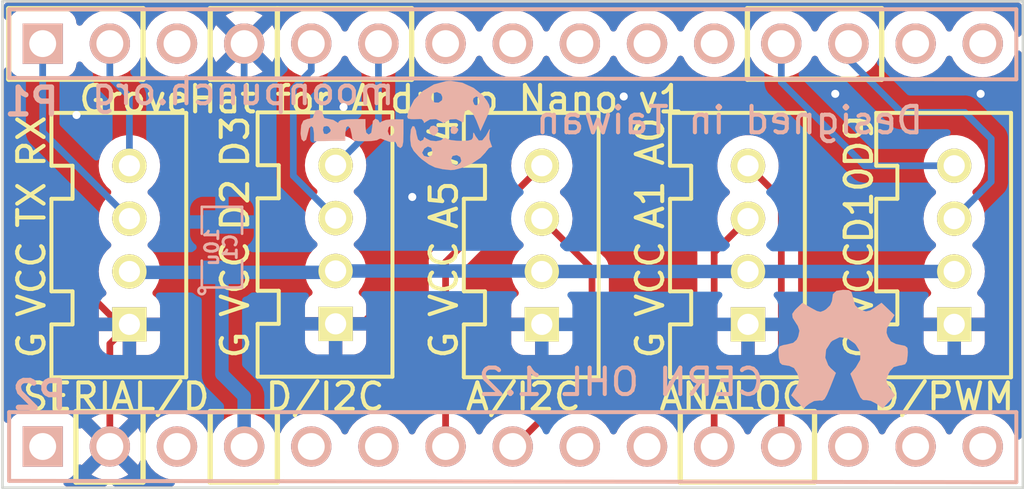
<source format=kicad_pcb>
(kicad_pcb (version 20221018) (generator pcbnew)
  (layers (0 "F.Cu" signal) (31 "B.Cu" signal) (34 "B.Paste" user) (35 "F.Paste" user) (36 "B.SilkS" user) (37 "F.SilkS" user) (38 "B.Mask" user) (39 "F.Mask" user) (44 "Edge.Cuts" user))
  (net 0 "")
  (net 1 "/A0")
  (net 2 "/A1")
  (net 3 "/D10")
  (net 4 "/D9")
  (net 5 "/RX/D0")
  (net 6 "/SCL/A5")
  (net 7 "/SCL/D3")
  (net 8 "/SDA/A4")
  (net 9 "/SDA/D2")
  (net 10 "/TX/D1")
  (net 11 "GND")
  (net 12 "VCC")
  (footprint "TWIG_2.0" (layer "F.Cu") (at 143.3 107.6 90)
    (fp_text reference "P3" hide)
    (fp_text value "CONN_4" hide)
    (fp_line (start -5 -2.95) (end -5 2.15) (stroke (width 0.15)) (layer "F.SilkS"))
    (fp_line (start -5 2.15) (end 5 2.15) (stroke (width 0.15)) (layer "F.SilkS"))
    (fp_line (start -3 -2.95) (end -5 -2.95) (stroke (width 0.15)) (layer "F.SilkS"))
    (fp_line (start -3 -2.15) (end -3 -2.95) (stroke (width 0.15)) (layer "F.SilkS"))
    (fp_line (start -1.75 -2.95) (end -1.75 -2.15) (stroke (width 0.15)) (layer "F.SilkS"))
    (fp_line (start -1.75 -2.15) (end -3 -2.15) (stroke (width 0.15)) (layer "F.SilkS"))
    (fp_line (start 1.75 -2.95) (end -1.75 -2.95) (stroke (width 0.15)) (layer "F.SilkS"))
    (fp_line (start 1.75 -2.15) (end 1.75 -2.95) (stroke (width 0.15)) (layer "F.SilkS"))
    (fp_line (start 3 -2.95) (end 3 -2.15) (stroke (width 0.15)) (layer "F.SilkS"))
    (fp_line (start 3 -2.15) (end 1.75 -2.15) (stroke (width 0.15)) (layer "F.SilkS"))
    (fp_line (start 5 -2.95) (end 3 -2.95) (stroke (width 0.15)) (layer "F.SilkS"))
    (fp_line (start 5 2.15) (end 5 -2.95) (stroke (width 0.15)) (layer "F.SilkS"))
    (pad "1" thru_hole rect (at -3 0 90) (size 1.3 1.3) (drill 0.8) (layers "*.Cu" "*.Mask" "F.SilkS") (net 11 "GND"))
    (pad "2" thru_hole circle (at -1 0 90) (size 1.3 1.3) (drill 0.8) (layers "*.Cu" "*.Mask" "F.SilkS") (net 12 "VCC"))
    (pad "3" thru_hole circle (at 1 0 90) (size 1.3 1.3) (drill 0.8) (layers "*.Cu" "*.Mask" "F.SilkS") (net 9 "/SDA/D2"))
    (pad "4" thru_hole circle (at 3 0 90) (size 1.3 1.3) (drill 0.8) (layers "*.Cu" "*.Mask" "F.SilkS") (net 7 "/SCL/D3"))
  )
  (footprint "TWIG_2.0" (layer "F.Cu") (at 135.5 107.62 90)
    (fp_text reference "P4" hide)
    (fp_text value "CONN_4" hide)
    (fp_line (start -5 -2.95) (end -5 2.15) (stroke (width 0.15)) (layer "F.SilkS"))
    (fp_line (start -5 2.15) (end 5 2.15) (stroke (width 0.15)) (layer "F.SilkS"))
    (fp_line (start -3 -2.95) (end -5 -2.95) (stroke (width 0.15)) (layer "F.SilkS"))
    (fp_line (start -3 -2.15) (end -3 -2.95) (stroke (width 0.15)) (layer "F.SilkS"))
    (fp_line (start -1.75 -2.95) (end -1.75 -2.15) (stroke (width 0.15)) (layer "F.SilkS"))
    (fp_line (start -1.75 -2.15) (end -3 -2.15) (stroke (width 0.15)) (layer "F.SilkS"))
    (fp_line (start 1.75 -2.95) (end -1.75 -2.95) (stroke (width 0.15)) (layer "F.SilkS"))
    (fp_line (start 1.75 -2.15) (end 1.75 -2.95) (stroke (width 0.15)) (layer "F.SilkS"))
    (fp_line (start 3 -2.95) (end 3 -2.15) (stroke (width 0.15)) (layer "F.SilkS"))
    (fp_line (start 3 -2.15) (end 1.75 -2.15) (stroke (width 0.15)) (layer "F.SilkS"))
    (fp_line (start 5 -2.95) (end 3 -2.95) (stroke (width 0.15)) (layer "F.SilkS"))
    (fp_line (start 5 2.15) (end 5 -2.95) (stroke (width 0.15)) (layer "F.SilkS"))
    (pad "1" thru_hole rect (at -3 0 90) (size 1.3 1.3) (drill 0.8) (layers "*.Cu" "*.Mask" "F.SilkS") (net 11 "GND"))
    (pad "2" thru_hole circle (at -1 0 90) (size 1.3 1.3) (drill 0.8) (layers "*.Cu" "*.Mask" "F.SilkS") (net 12 "VCC"))
    (pad "3" thru_hole circle (at 1 0 90) (size 1.3 1.3) (drill 0.8) (layers "*.Cu" "*.Mask" "F.SilkS") (net 10 "/TX/D1"))
    (pad "4" thru_hole circle (at 3 0 90) (size 1.3 1.3) (drill 0.8) (layers "*.Cu" "*.Mask" "F.SilkS") (net 5 "/RX/D0"))
  )
  (footprint "TWIG_2.0" (layer "F.Cu") (at 166.7 107.62 90)
    (fp_text reference "P5" hide)
    (fp_text value "CONN_4" hide)
    (fp_line (start -5 -2.95) (end -5 2.15) (stroke (width 0.15)) (layer "F.SilkS"))
    (fp_line (start -5 2.15) (end 5 2.15) (stroke (width 0.15)) (layer "F.SilkS"))
    (fp_line (start -3 -2.95) (end -5 -2.95) (stroke (width 0.15)) (layer "F.SilkS"))
    (fp_line (start -3 -2.15) (end -3 -2.95) (stroke (width 0.15)) (layer "F.SilkS"))
    (fp_line (start -1.75 -2.95) (end -1.75 -2.15) (stroke (width 0.15)) (layer "F.SilkS"))
    (fp_line (start -1.75 -2.15) (end -3 -2.15) (stroke (width 0.15)) (layer "F.SilkS"))
    (fp_line (start 1.75 -2.95) (end -1.75 -2.95) (stroke (width 0.15)) (layer "F.SilkS"))
    (fp_line (start 1.75 -2.15) (end 1.75 -2.95) (stroke (width 0.15)) (layer "F.SilkS"))
    (fp_line (start 3 -2.95) (end 3 -2.15) (stroke (width 0.15)) (layer "F.SilkS"))
    (fp_line (start 3 -2.15) (end 1.75 -2.15) (stroke (width 0.15)) (layer "F.SilkS"))
    (fp_line (start 5 -2.95) (end 3 -2.95) (stroke (width 0.15)) (layer "F.SilkS"))
    (fp_line (start 5 2.15) (end 5 -2.95) (stroke (width 0.15)) (layer "F.SilkS"))
    (pad "1" thru_hole rect (at -3 0 90) (size 1.3 1.3) (drill 0.8) (layers "*.Cu" "*.Mask" "F.SilkS") (net 11 "GND"))
    (pad "2" thru_hole circle (at -1 0 90) (size 1.3 1.3) (drill 0.8) (layers "*.Cu" "*.Mask" "F.SilkS") (net 12 "VCC"))
    (pad "3" thru_hole circle (at 1 0 90) (size 1.3 1.3) (drill 0.8) (layers "*.Cu" "*.Mask" "F.SilkS") (net 3 "/D10"))
    (pad "4" thru_hole circle (at 3 0 90) (size 1.3 1.3) (drill 0.8) (layers "*.Cu" "*.Mask" "F.SilkS") (net 4 "/D9"))
  )
  (footprint "TWIG_2.0" (layer "F.Cu") (at 158.9 107.62 90)
    (fp_text reference "P7" hide)
    (fp_text value "CONN_4" hide)
    (fp_line (start -5 -2.95) (end -5 2.15) (stroke (width 0.15)) (layer "F.SilkS"))
    (fp_line (start -5 2.15) (end 5 2.15) (stroke (width 0.15)) (layer "F.SilkS"))
    (fp_line (start -3 -2.95) (end -5 -2.95) (stroke (width 0.15)) (layer "F.SilkS"))
    (fp_line (start -3 -2.15) (end -3 -2.95) (stroke (width 0.15)) (layer "F.SilkS"))
    (fp_line (start -1.75 -2.95) (end -1.75 -2.15) (stroke (width 0.15)) (layer "F.SilkS"))
    (fp_line (start -1.75 -2.15) (end -3 -2.15) (stroke (width 0.15)) (layer "F.SilkS"))
    (fp_line (start 1.75 -2.95) (end -1.75 -2.95) (stroke (width 0.15)) (layer "F.SilkS"))
    (fp_line (start 1.75 -2.15) (end 1.75 -2.95) (stroke (width 0.15)) (layer "F.SilkS"))
    (fp_line (start 3 -2.95) (end 3 -2.15) (stroke (width 0.15)) (layer "F.SilkS"))
    (fp_line (start 3 -2.15) (end 1.75 -2.15) (stroke (width 0.15)) (layer "F.SilkS"))
    (fp_line (start 5 -2.95) (end 3 -2.95) (stroke (width 0.15)) (layer "F.SilkS"))
    (fp_line (start 5 2.15) (end 5 -2.95) (stroke (width 0.15)) (layer "F.SilkS"))
    (pad "1" thru_hole rect (at -3 0 90) (size 1.3 1.3) (drill 0.8) (layers "*.Cu" "*.Mask" "F.SilkS") (net 11 "GND"))
    (pad "2" thru_hole circle (at -1 0 90) (size 1.3 1.3) (drill 0.8) (layers "*.Cu" "*.Mask" "F.SilkS") (net 12 "VCC"))
    (pad "3" thru_hole circle (at 1 0 90) (size 1.3 1.3) (drill 0.8) (layers "*.Cu" "*.Mask" "F.SilkS") (net 2 "/A1"))
    (pad "4" thru_hole circle (at 3 0 90) (size 1.3 1.3) (drill 0.8) (layers "*.Cu" "*.Mask" "F.SilkS") (net 1 "/A0"))
  )
  (footprint "TWIG_2.0" (layer "F.Cu") (at 151.1 107.62 90)
    (fp_text reference "P6" hide)
    (fp_text value "CONN_4" hide)
    (fp_line (start -5 -2.95) (end -5 2.15) (stroke (width 0.15)) (layer "F.SilkS"))
    (fp_line (start -5 2.15) (end 5 2.15) (stroke (width 0.15)) (layer "F.SilkS"))
    (fp_line (start -3 -2.95) (end -5 -2.95) (stroke (width 0.15)) (layer "F.SilkS"))
    (fp_line (start -3 -2.15) (end -3 -2.95) (stroke (width 0.15)) (layer "F.SilkS"))
    (fp_line (start -1.75 -2.95) (end -1.75 -2.15) (stroke (width 0.15)) (layer "F.SilkS"))
    (fp_line (start -1.75 -2.15) (end -3 -2.15) (stroke (width 0.15)) (layer "F.SilkS"))
    (fp_line (start 1.75 -2.95) (end -1.75 -2.95) (stroke (width 0.15)) (layer "F.SilkS"))
    (fp_line (start 1.75 -2.15) (end 1.75 -2.95) (stroke (width 0.15)) (layer "F.SilkS"))
    (fp_line (start 3 -2.95) (end 3 -2.15) (stroke (width 0.15)) (layer "F.SilkS"))
    (fp_line (start 3 -2.15) (end 1.75 -2.15) (stroke (width 0.15)) (layer "F.SilkS"))
    (fp_line (start 5 -2.95) (end 3 -2.95) (stroke (width 0.15)) (layer "F.SilkS"))
    (fp_line (start 5 2.15) (end 5 -2.95) (stroke (width 0.15)) (layer "F.SilkS"))
    (pad "1" thru_hole rect (at -3 0 90) (size 1.3 1.3) (drill 0.8) (layers "*.Cu" "*.Mask" "F.SilkS") (net 11 "GND"))
    (pad "2" thru_hole circle (at -1 0 90) (size 1.3 1.3) (drill 0.8) (layers "*.Cu" "*.Mask" "F.SilkS") (net 12 "VCC"))
    (pad "3" thru_hole circle (at 1 0 90) (size 1.3 1.3) (drill 0.8) (layers "*.Cu" "*.Mask" "F.SilkS") (net 8 "/SDA/A4"))
    (pad "4" thru_hole circle (at 3 0 90) (size 1.3 1.3) (drill 0.8) (layers "*.Cu" "*.Mask" "F.SilkS") (net 6 "/SCL/A5"))
  )
  (footprint "PIN_ARRAY_15x1" (layer "B.Cu") (at 150 115.24)
    (fp_text reference "P2" (at -17.9 -1.94) (layer "B.SilkS") (effects (font (size 1.016 1.016) (thickness 0.2032)) (justify mirror)))
    (fp_text value "CONN_15" hide)
    (fp_line (start -19.05 -1.3) (end -19.05 1.3) (stroke (width 0.15)) (layer "B.SilkS"))
    (fp_line (start -19.05 1.3) (end 19.05 1.35) (stroke (width 0.15)) (layer "B.SilkS"))
    (fp_line (start 19.05 -1.3) (end -19.05 -1.3) (stroke (width 0.15)) (layer "B.SilkS"))
    (fp_line (start 19.05 1.35) (end 19.05 -1.3) (stroke (width 0.15)) (layer "B.SilkS"))
    (pad "1" thru_hole rect (at -17.78 0) (size 1.524 1.524) (drill 1.016) (layers "*.Cu" "*.Mask" "B.SilkS"))
    (pad "2" thru_hole circle (at -15.24 0) (size 1.524 1.524) (drill 1.016) (layers "*.Cu" "*.Mask" "B.SilkS") (net 11 "GND"))
    (pad "3" thru_hole circle (at -12.7 0) (size 1.524 1.524) (drill 1.016) (layers "*.Cu" "*.Mask" "B.SilkS"))
    (pad "4" thru_hole circle (at -10.16 0) (size 1.524 1.524) (drill 1.016) (layers "*.Cu" "*.Mask" "B.SilkS") (net 12 "VCC"))
    (pad "5" thru_hole circle (at -7.62 0) (size 1.524 1.524) (drill 1.016) (layers "*.Cu" "*.Mask" "B.SilkS"))
    (pad "6" thru_hole circle (at -5.08 0) (size 1.524 1.524) (drill 1.016) (layers "*.Cu" "*.Mask" "B.SilkS"))
    (pad "7" thru_hole circle (at -2.54 0) (size 1.524 1.524) (drill 1.016) (layers "*.Cu" "*.Mask" "B.SilkS") (net 6 "/SCL/A5"))
    (pad "8" thru_hole circle (at 0 0) (size 1.524 1.524) (drill 1.016) (layers "*.Cu" "*.Mask" "B.SilkS") (net 8 "/SDA/A4"))
    (pad "9" thru_hole circle (at 2.54 0) (size 1.524 1.524) (drill 1.016) (layers "*.Cu" "*.Mask" "B.SilkS"))
    (pad "10" thru_hole circle (at 5.08 0) (size 1.524 1.524) (drill 1.016) (layers "*.Cu" "*.Mask" "B.SilkS"))
    (pad "11" thru_hole circle (at 7.62 0) (size 1.524 1.524) (drill 1.016) (layers "*.Cu" "*.Mask" "B.SilkS") (net 2 "/A1"))
    (pad "12" thru_hole circle (at 10.16 0) (size 1.524 1.524) (drill 1.016) (layers "*.Cu" "*.Mask" "B.SilkS") (net 1 "/A0"))
    (pad "13" thru_hole circle (at 12.7 0) (size 1.524 1.524) (drill 1.016) (layers "*.Cu" "*.Mask" "B.SilkS"))
    (pad "14" thru_hole circle (at 15.24 0) (size 1.524 1.524) (drill 1.016) (layers "*.Cu" "*.Mask" "B.SilkS"))
    (pad "15" thru_hole circle (at 17.78 0) (size 1.524 1.524) (drill 1.016) (layers "*.Cu" "*.Mask" "B.SilkS"))
  )
  (footprint "PIN_ARRAY_15x1" (layer "B.Cu") (at 150 100)
    (fp_text reference "P1" (at -18.2 2.2) (layer "B.SilkS") (effects (font (size 1.016 1.016) (thickness 0.2032)) (justify mirror)))
    (fp_text value "CONN_15" hide)
    (fp_line (start -19.05 -1.3) (end -19.05 1.3) (stroke (width 0.15)) (layer "B.SilkS"))
    (fp_line (start -19.05 1.3) (end 19.05 1.35) (stroke (width 0.15)) (layer "B.SilkS"))
    (fp_line (start 19.05 -1.3) (end -19.05 -1.3) (stroke (width 0.15)) (layer "B.SilkS"))
    (fp_line (start 19.05 1.35) (end 19.05 -1.3) (stroke (width 0.15)) (layer "B.SilkS"))
    (pad "1" thru_hole rect (at -17.78 0) (size 1.524 1.524) (drill 1.016) (layers "*.Cu" "*.Mask" "B.SilkS") (net 10 "/TX/D1"))
    (pad "2" thru_hole circle (at -15.24 0) (size 1.524 1.524) (drill 1.016) (layers "*.Cu" "*.Mask" "B.SilkS") (net 5 "/RX/D0"))
    (pad "3" thru_hole circle (at -12.7 0) (size 1.524 1.524) (drill 1.016) (layers "*.Cu" "*.Mask" "B.SilkS"))
    (pad "4" thru_hole circle (at -10.16 0) (size 1.524 1.524) (drill 1.016) (layers "*.Cu" "*.Mask" "B.SilkS") (net 11 "GND"))
    (pad "5" thru_hole circle (at -7.62 0) (size 1.524 1.524) (drill 1.016) (layers "*.Cu" "*.Mask" "B.SilkS") (net 9 "/SDA/D2"))
    (pad "6" thru_hole circle (at -5.08 0) (size 1.524 1.524) (drill 1.016) (layers "*.Cu" "*.Mask" "B.SilkS") (net 7 "/SCL/D3"))
    (pad "7" thru_hole circle (at -2.54 0) (size 1.524 1.524) (drill 1.016) (layers "*.Cu" "*.Mask" "B.SilkS"))
    (pad "8" thru_hole circle (at 0 0) (size 1.524 1.524) (drill 1.016) (layers "*.Cu" "*.Mask" "B.SilkS"))
    (pad "9" thru_hole circle (at 2.54 0) (size 1.524 1.524) (drill 1.016) (layers "*.Cu" "*.Mask" "B.SilkS"))
    (pad "10" thru_hole circle (at 5.08 0) (size 1.524 1.524) (drill 1.016) (layers "*.Cu" "*.Mask" "B.SilkS"))
    (pad "11" thru_hole circle (at 7.62 0) (size 1.524 1.524) (drill 1.016) (layers "*.Cu" "*.Mask" "B.SilkS"))
    (pad "12" thru_hole circle (at 10.16 0) (size 1.524 1.524) (drill 1.016) (layers "*.Cu" "*.Mask" "B.SilkS") (net 4 "/D9"))
    (pad "13" thru_hole circle (at 12.7 0) (size 1.524 1.524) (drill 1.016) (layers "*.Cu" "*.Mask" "B.SilkS") (net 3 "/D10"))
    (pad "14" thru_hole circle (at 15.24 0) (size 1.524 1.524) (drill 1.016) (layers "*.Cu" "*.Mask" "B.SilkS"))
    (pad "15" thru_hole circle (at 17.78 0) (size 1.524 1.524) (drill 1.016) (layers "*.Cu" "*.Mask" "B.SilkS"))
  )
  (footprint "SM0805" (layer "B.Cu") (at 139 107.7 90)
    (fp_text reference "C1" (at 0 0.3175 90) (layer "B.SilkS") (effects (font (size 0.50038 0.50038) (thickness 0.10922)) (justify mirror)))
    (fp_text value "10u" (at 0 -0.381 90) (layer "B.SilkS") (effects (font (size 0.50038 0.50038) (thickness 0.10922)) (justify mirror)))
    (fp_line (start -1.524 -0.762) (end -1.524 0.762) (stroke (width 0.09906)) (layer "B.SilkS"))
    (fp_line (start -1.524 0.762) (end -0.508 0.762) (stroke (width 0.09906)) (layer "B.SilkS"))
    (fp_line (start -0.508 -0.762) (end -1.524 -0.762) (stroke (width 0.09906)) (layer "B.SilkS"))
    (fp_line (start 0.508 0.762) (end 1.524 0.762) (stroke (width 0.09906)) (layer "B.SilkS"))
    (fp_line (start 1.524 -0.762) (end 0.508 -0.762) (stroke (width 0.09906)) (layer "B.SilkS"))
    (fp_line (start 1.524 0.762) (end 1.524 -0.762) (stroke (width 0.09906)) (layer "B.SilkS"))
    (fp_circle (center -1.651 -0.762) (end -1.651 -0.635) (stroke (width 0.09906)) (fill none) (layer "B.SilkS"))
    (pad "1" smd rect (at -0.9525 0 90) (size 0.889 1.397) (layers "B.Cu" "B.Paste" "B.Mask") (net 12 "VCC"))
    (pad "2" smd rect (at 0.9525 0 90) (size 0.889 1.397) (layers "B.Cu" "B.Paste" "B.Mask") (net 11 "GND"))
  )
  (footprint "OSHW" (layer "B.Cu") (at 162.5 111.6)
    (fp_text reference "G***" hide)
    (fp_text value "LOGO" hide)
    (fp_poly (pts (xy 2.44602 0.06604) (xy 2.4384 0.19812) (xy 2.41046 0.42164) (xy 2.34442 0.52832) (xy 2.1971 0.56896) (xy 2.1336 0.57658) (xy 1.91262 0.635) (xy 1.76784 0.78994) (xy 1.71958 0.88392) (xy 1.6383 1.0795) (xy 1.64338 1.2192) (xy 1.7399 1.38684) (xy 1.77546 1.4351) (xy 1.96596 1.70434) (xy 1.73228 1.94818) (xy 1.4986 2.19456) (xy 1.25222 2.0193) (xy 1.04394 1.91262) (xy 0.86106 1.88214) (xy 0.84582 1.88468) (xy 0.74676 1.8796) (xy 0.65278 1.78562) (xy 0.5461 1.57226) (xy 0.48006 1.4097) (xy 0.27178 0.889) (xy 0.47498 0.65024) (xy 0.64516 0.3556) (xy 0.6477 0.07366) (xy 0.48006 -0.20574) (xy 0.42926 -0.26162) (xy 0.14478 -0.46228) (xy -0.13716 -0.49276) (xy -0.40894 -0.35814) (xy -0.4699 -0.30226) (xy -0.64516 -0.0254) (xy -0.67564 0.28194) (xy -0.56388 0.56642) (xy -0.47752 0.66802) (xy -0.27432 0.85598) (xy -0.49022 1.39954) (xy -0.61214 1.68656) (xy -0.70358 1.84658) (xy -0.79248 1.905) (xy -0.88646 1.89738) (xy -1.10236 1.92024) (xy -1.2827 2.02184) (xy -1.50114 2.19202) (xy -1.73482 1.94818) (xy -1.9685 1.70434) (xy -1.79578 1.4224) (xy -1.6891 1.2192) (xy -1.67386 1.05918) (xy -1.73736 0.87122) (xy -1.85928 0.6731) (xy -2.04216 0.58928) (xy -2.1336 0.57658) (xy -2.3114 0.5461) (xy -2.39776 0.46482) (xy -2.43332 0.28448) (xy -2.44094 0.1905) (xy -2.44856 -0.03556) (xy -2.40538 -0.14732) (xy -2.26314 -0.19812) (xy -2.12852 -0.22098) (xy -1.88976 -0.28194) (xy -1.76022 -0.39878) (xy -1.69926 -0.52832) (xy -1.65608 -0.73914) (xy -1.71704 -0.92202) (xy -1.78054 -1.01854) (xy -1.91262 -1.22936) (xy -1.92786 -1.37668) (xy -1.82626 -1.52146) (xy -1.74498 -1.60274) (xy -1.54178 -1.79324) (xy -1.2065 -1.6002) (xy -0.99314 -1.4859) (xy -0.85852 -1.45288) (xy -0.73406 -1.4986) (xy -0.6477 -1.55194) (xy -0.49022 -1.70434) (xy -0.42418 -1.85928) (xy -0.38862 -2.11836) (xy -0.25654 -2.25044) (xy -0.00254 -2.286) (xy 0 -2.286) (xy 0.21082 -2.27584) (xy 0.31242 -2.20726) (xy 0.36576 -2.032) (xy 0.37846 -1.9558) (xy 0.44958 -1.70942) (xy 0.58674 -1.56972) (xy 0.67818 -1.524) (xy 0.8636 -1.47066) (xy 1.02108 -1.50622) (xy 1.18618 -1.61036) (xy 1.45034 -1.79832) (xy 1.69672 -1.56464) (xy 1.9431 -1.32842) (xy 1.7653 -1.0414) (xy 1.65608 -0.83058) (xy 1.64084 -0.66548) (xy 1.69164 -0.51308) (xy 1.8034 -0.33528) (xy 1.9939 -0.23876) (xy 2.12852 -0.21082) (xy 2.33934 -0.16764) (xy 2.43078 -0.09398) (xy 2.44602 0.06604)) (stroke (width 0.00254)) (fill solid) (layer "B.SilkS"))
  )
  (footprint "LOGO" (layer "B.Cu") (at 145.7 103.1)
    (fp_text reference "G***" hide)
    (fp_text value "LOGO" hide)
    (fp_poly (pts (xy 2.24282 0.17018) (xy 2.1717 0.28956) (xy 2.0955 0.32258) (xy 1.97358 0.2921) (xy 1.94564 0.17018) (xy 1.98882 0.03048) (xy 2.0955 0.01524) (xy 2.21996 0.09906) (xy 2.24282 0.17018)) (stroke (width 0.00254)) (fill solid) (layer "B.SilkS"))
    (fp_poly (pts (xy 1.48844 0.19304) (xy 1.41986 0.30734) (xy 1.3081 0.38862) (xy 1.21158 0.3302) (xy 1.19126 0.3048) (xy 1.1303 0.14224) (xy 1.20396 0.0254) (xy 1.31064 0) (xy 1.45796 0.05842) (xy 1.48844 0.19304)) (stroke (width 0.00254)) (fill solid) (layer "B.SilkS"))
    (fp_poly (pts (xy 3.43408 -0.65024) (xy 3.3909 -0.49022) (xy 3.27914 -0.23368) (xy 3.07848 0.21082) (xy 3.048 0.12954) (xy 3.048 -0.93218) (xy 2.99466 -1.06934) (xy 2.921 -1.09982) (xy 2.81686 -1.03124) (xy 2.794 -0.93218) (xy 2.8448 -0.79502) (xy 2.921 -0.762) (xy 3.0226 -0.83312) (xy 3.048 -0.93218) (xy 3.048 0.12954) (xy 2.92354 -0.1905) (xy 2.794 -0.46228) (xy 2.66446 -0.5842) (xy 2.61112 -0.59182) (xy 2.49682 -0.55118) (xy 2.45618 -0.39624) (xy 2.45364 -0.32258) (xy 2.44094 -0.14732) (xy 2.39268 -0.11938) (xy 2.35204 -0.1524) (xy 2.159 -0.24384) (xy 1.9304 -0.23114) (xy 1.79324 -0.1524) (xy 1.67894 -0.09398) (xy 1.651 -0.1143) (xy 1.651 -1.05664) (xy 1.58242 -1.20142) (xy 1.43002 -1.26746) (xy 1.27254 -1.22174) (xy 1.2573 -1.20904) (xy 1.21666 -1.07188) (xy 1.23444 -0.98298) (xy 1.3462 -0.87376) (xy 1.4986 -0.86868) (xy 1.62306 -0.95758) (xy 1.651 -1.05664) (xy 1.651 -0.1143) (xy 1.59004 -0.1524) (xy 1.397 -0.24384) (xy 1.1684 -0.23114) (xy 1.03124 -0.1524) (xy 0.94742 -0.09398) (xy 0.92964 -0.15748) (xy 0.86106 -0.2413) (xy 0.78232 -0.24892) (xy 0.5715 -0.2413) (xy 0.45212 -0.24384) (xy 0.33782 -0.26416) (xy 0.30734 -0.33782) (xy 0.34798 -0.51308) (xy 0.36576 -0.5715) (xy 0.5715 -0.97282) (xy 0.90424 -1.31064) (xy 1.3208 -1.55702) (xy 1.78308 -1.68148) (xy 1.9558 -1.69418) (xy 2.39522 -1.62052) (xy 2.82194 -1.42494) (xy 3.17754 -1.13538) (xy 3.33248 -0.9271) (xy 3.41122 -0.77724) (xy 3.43408 -0.65024)) (stroke (width 0.00254)) (fill solid) (layer "B.SilkS"))
    (fp_poly (pts (xy 3.52044 0.8001) (xy 3.49504 0.81788) (xy 3.4036 0.8509) (xy 3.28676 0.9906) (xy 3.27406 1.01346) (xy 3.07848 1.22174) (xy 2.77622 1.4224) (xy 2.42824 1.58496) (xy 2.35458 1.60274) (xy 2.35458 1.33096) (xy 2.31394 1.18872) (xy 2.1844 1.1176) (xy 2.03454 1.14808) (xy 2.01422 1.1684) (xy 1.95834 1.31318) (xy 2.01676 1.45034) (xy 2.14884 1.5113) (xy 2.17678 1.50876) (xy 2.31902 1.4097) (xy 2.35458 1.33096) (xy 2.35458 1.60274) (xy 2.09296 1.67386) (xy 1.95072 1.68402) (xy 1.64846 1.651) (xy 1.35636 1.58242) (xy 1.27 1.53924) (xy 1.27 1.02108) (xy 1.21666 0.84074) (xy 1.08966 0.79248) (xy 0.95504 0.87122) (xy 0.87376 1.02616) (xy 0.94234 1.14554) (xy 1.1049 1.18618) (xy 1.24206 1.12268) (xy 1.27 1.02108) (xy 1.27 1.53924) (xy 1.12268 1.46558) (xy 0.86106 1.27508) (xy 0.74422 1.1684) (xy 0.55118 0.95504) (xy 0.45466 0.7747) (xy 0.42418 0.54356) (xy 0.42164 0.41656) (xy 0.44704 0.1524) (xy 0.508 0.02286) (xy 0.57912 0.03302) (xy 0.64262 0.19558) (xy 0.6604 0.32258) (xy 0.71628 0.52578) (xy 0.80772 0.59182) (xy 0.91694 0.53594) (xy 0.92964 0.49022) (xy 0.95504 0.4318) (xy 1.03124 0.49022) (xy 1.18872 0.56642) (xy 1.40208 0.58928) (xy 1.5875 0.55372) (xy 1.65354 0.50292) (xy 1.75006 0.46228) (xy 1.80848 0.49784) (xy 1.94564 0.5461) (xy 2.18694 0.57404) (xy 2.35204 0.57912) (xy 2.61112 0.56896) (xy 2.7432 0.5334) (xy 2.794 0.45466) (xy 2.79908 0.3937) (xy 2.8067 0.2667) (xy 2.83972 0.28956) (xy 2.8956 0.40132) (xy 3.01752 0.56388) (xy 3.14706 0.5588) (xy 3.2893 0.38354) (xy 3.32486 0.3175) (xy 3.41376 0.1524) (xy 3.4417 0.13208) (xy 3.42138 0.25146) (xy 3.41884 0.2667) (xy 3.41884 0.51054) (xy 3.47218 0.67818) (xy 3.52044 0.8001)) (stroke (width 0.00254)) (fill solid) (layer "B.SilkS"))
    (fp_poly (pts (xy 0.16764 0.3048) (xy 0.16002 0.61214) (xy 0.127 0.77978) (xy 0.06604 0.84328) (xy 0.04064 0.84582) (xy -0.06858 0.77724) (xy -0.08636 0.7112) (xy -0.1397 0.61468) (xy -0.17018 0.61468) (xy -0.17018 0.1651) (xy -0.22606 0.03048) (xy -0.29718 0) (xy -0.3937 0.06604) (xy -0.42672 0.21336) (xy -0.37846 0.35306) (xy -0.37084 0.36322) (xy -0.26924 0.38608) (xy -0.1905 0.28194) (xy -0.17018 0.1651) (xy -0.17018 0.61468) (xy -0.2032 0.61976) (xy -0.35814 0.61468) (xy -0.54102 0.54864) (xy -0.69596 0.49022) (xy -0.762 0.51054) (xy -0.762 0.51308) (xy -0.84074 0.55372) (xy -1.03886 0.5842) (xy -1.26492 0.59182) (xy -1.54432 0.58928) (xy -1.69926 0.56388) (xy -1.7653 0.4953) (xy -1.7907 0.36322) (xy -1.79578 0.32258) (xy -1.84658 0.10414) (xy -1.92786 0.01778) (xy -1.99898 0.07112) (xy -2.032 0.27178) (xy -2.032 0.2794) (xy -2.03454 0.57404) (xy -2.58318 0.57912) (xy -2.58318 0.17018) (xy -2.6543 0.04826) (xy -2.7305 0.01524) (xy -2.85242 0.04572) (xy -2.88036 0.17018) (xy -2.83718 0.30734) (xy -2.7305 0.32258) (xy -2.60604 0.23876) (xy -2.58318 0.17018) (xy -2.58318 0.57912) (xy -2.62636 0.58166) (xy -3.21818 0.59182) (xy -3.21818 0.28956) (xy -3.2512 0.07874) (xy -3.32232 0.01778) (xy -3.40106 0.09652) (xy -3.45694 0.31496) (xy -3.45694 0.32258) (xy -3.51536 0.53594) (xy -3.6068 0.59944) (xy -3.69062 0.51562) (xy -3.72618 0.30226) (xy -3.70078 -0.0127) (xy -3.6195 -0.18796) (xy -3.46202 -0.25146) (xy -3.42138 -0.254) (xy -3.25882 -0.29718) (xy -3.21818 -0.42418) (xy -3.15976 -0.56642) (xy -3.048 -0.59182) (xy -2.9083 -0.5334) (xy -2.88036 -0.42418) (xy -2.82702 -0.28702) (xy -2.68478 -0.254) (xy -2.48666 -0.21336) (xy -2.39014 -0.1524) (xy -2.30378 -0.09906) (xy -2.286 -0.14478) (xy -2.20726 -0.2032) (xy -1.9812 -0.23622) (xy -1.778 -0.24384) (xy -1.27 -0.24638) (xy -1.27 0.04572) (xy -1.24206 0.26416) (xy -1.15316 0.33782) (xy -1.143 0.33782) (xy -1.05156 0.27432) (xy -1.01854 0.06858) (xy -1.016 0.04318) (xy -0.9906 -0.1778) (xy -0.9017 -0.254) (xy -0.889 -0.254) (xy -0.77724 -0.2032) (xy -0.762 -0.16002) (xy -0.72644 -0.10922) (xy -0.65532 -0.15494) (xy -0.50546 -0.21082) (xy -0.26924 -0.23876) (xy -0.18796 -0.23876) (xy 0.16764 -0.23368) (xy 0.16764 0.3048)) (stroke (width 0.00254)) (fill solid) (layer "B.SilkS"))
  )
  (gr_line (start 141.097 98.679) (end 146.177 98.679) (stroke (width 0.2)) (layer "F.SilkS"))
  (gr_line (start 133.477 116.586) (end 133.477 113.919) (stroke (width 0.2)) (layer "F.SilkS"))
  (gr_line (start 163.957 101.346) (end 158.877 101.346) (stroke (width 0.2)) (layer "F.SilkS"))
  (gr_line (start 136.017 113.919) (end 136.017 116.586) (stroke (width 0.2)) (layer "F.SilkS"))
  (gr_line (start 138.557 113.919) (end 141.097 113.919) (stroke (width 0.2)) (layer "F.SilkS"))
  (gr_line (start 141.097 98.679) (end 138.557 98.679) (stroke (width 0.2)) (layer "F.SilkS"))
  (gr_line (start 136.017 98.679) (end 136.017 101.346) (stroke (width 0.2)) (layer "F.SilkS"))
  (gr_line (start 141.097 116.586) (end 138.557 116.586) (stroke (width 0.2)) (layer "F.SilkS"))
  (gr_line (start 146.177 98.679) (end 146.177 101.346) (stroke (width 0.2)) (layer "F.SilkS"))
  (gr_line (start 130.937 101.346) (end 130.937 98.679) (stroke (width 0.2)) (layer "F.SilkS"))
  (gr_line (start 141.097 101.346) (end 141.097 98.679) (stroke (width 0.2)) (layer "F.SilkS"))
  (gr_line (start 138.557 98.679) (end 138.557 101.346) (stroke (width 0.2)) (layer "F.SilkS"))
  (gr_line (start 136.017 101.346) (end 130.937 101.346) (stroke (width 0.2)) (layer "F.SilkS"))
  (gr_line (start 141.097 113.919) (end 141.097 116.586) (stroke (width 0.2)) (layer "F.SilkS"))
  (gr_line (start 136.017 116.586) (end 133.477 116.586) (stroke (width 0.2)) (layer "F.SilkS"))
  (gr_line (start 130.937 98.679) (end 136.017 98.679) (stroke (width 0.2)) (layer "F.SilkS"))
  (gr_line (start 138.557 101.346) (end 141.097 101.346) (stroke (width 0.2)) (layer "F.SilkS"))
  (gr_line (start 146.177 101.346) (end 141.097 101.346) (stroke (width 0.2)) (layer "F.SilkS"))
  (gr_line (start 161.417 116.586) (end 156.337 116.586) (stroke (width 0.2)) (layer "F.SilkS"))
  (gr_line (start 161.417 113.919) (end 161.417 116.586) (stroke (width 0.2)) (layer "F.SilkS"))
  (gr_line (start 138.557 116.586) (end 138.557 113.919) (stroke (width 0.2)) (layer "F.SilkS"))
  (gr_line (start 163.957 98.679) (end 163.957 101.346) (stroke (width 0.2)) (layer "F.SilkS"))
  (gr_line (start 158.877 98.679) (end 163.957 98.679) (stroke (width 0.2)) (layer "F.SilkS"))
  (gr_line (start 156.337 113.919) (end 161.417 113.919) (stroke (width 0.2)) (layer "F.SilkS"))
  (gr_line (start 158.877 101.346) (end 158.877 98.679) (stroke (width 0.2)) (layer "F.SilkS"))
  (gr_line (start 156.337 116.586) (end 156.337 113.919) (stroke (width 0.2)) (layer "F.SilkS"))
  (gr_line (start 133.477 113.919) (end 136.017 113.919) (stroke (width 0.2)) (layer "F.SilkS"))
  (gr_line (start 169.3 98.4) (end 169.3 116.8) (stroke (width 0.1)) (layer "Edge.Cuts"))
  (gr_line (start 130.7 116.8) (end 130.7 98.4) (stroke (width 0.1)) (layer "Edge.Cuts"))
  (gr_line (start 130.7 98.4) (end 169.3 98.4) (stroke (width 0.1)) (layer "Edge.Cuts"))
  (gr_line (start 169.3 116.8) (end 130.7 116.8) (stroke (width 0.1)) (layer "Edge.Cuts"))
  (gr_text "CERN OHL 1.2" (at 154.1 112.8) (layer "B.SilkS") (effects (font (size 1 1) (thickness 0.154)) (justify mirror)))
  (gr_text "moonpunch.org" (at 139.8 101.8) (layer "B.SilkS") (effects (font (size 1 1) (thickness 0.154)) (justify mirror)))
  (gr_text "Designed in Taiwan" (at 158.2 102.9) (layer "B.SilkS") (effects (font (size 1 1) (thickness 0.154)) (justify mirror)))
  (gr_text "D2" (at 139.5 106.1 90) (layer "F.SilkS") (effects (font (size 1 1) (thickness 0.154))))
  (gr_text "TX" (at 131.8 106.1 90) (layer "F.SilkS") (effects (font (size 1 1) (thickness 0.1524))))
  (gr_text "G" (at 131.8 111.4 90) (layer "F.SilkS") (effects (font (size 1 1) (thickness 0.1524))))
  (gr_text "VCC" (at 163.1 108.9 90) (layer "F.SilkS") (effects (font (size 1 1) (thickness 0.1524))))
  (gr_text "RX" (at 131.8 103.7 90) (layer "F.SilkS") (effects (font (size 1 1) (thickness 0.1524))))
  (gr_text "SERIAL/D" (at 135 113.3602) (layer "F.SilkS") (effects (font (size 1 1) (thickness 0.154))))
  (gr_text "VCC" (at 131.8 108.9 90) (layer "F.SilkS") (effects (font (size 1 1) (thickness 0.1524))))
  (gr_text "D10" (at 163.1 106.1 90) (layer "F.SilkS") (effects (font (size 1 1) (thickness 0.154))))
  (gr_text "A5" (at 147.4 106.1 90) (layer "F.SilkS") (effects (font (size 1 1) (thickness 0.154))))
  (gr_text "A0" (at 155.2 103.7 90) (layer "F.SilkS") (effects (font (size 1 1) (thickness 0.154))))
  (gr_text "ANALOG" (at 158.369 113.3602) (layer "F.SilkS") (effects (font (size 1 1) (thickness 0.154))))
  (gr_text "G" (at 147.4 111.4 90) (layer "F.SilkS") (effects (font (size 1 1) (thickness 0.1524))))
  (gr_text "VCC" (at 139.5 108.9 90) (layer "F.SilkS") (effects (font (size 1 1) (thickness 0.1524))))
  (gr_text "G" (at 155.2 111.4 90) (layer "F.SilkS") (effects (font (size 1 1) (thickness 0.1524))))
  (gr_text "GroveHat for Arduino Nano v1" (at 145.034 102.108) (layer "F.SilkS") (effects (font (size 1 1) (thickness 0.154))))
  (gr_text "A4" (at 147.4 103.7 90) (layer "F.SilkS") (effects (font (size 1 1) (thickness 0.154))))
  (gr_text "D/PWM" (at 166.3 113.3602) (layer "F.SilkS") (effects (font (size 1 1) (thickness 0.154))))
  (gr_text "G" (at 139.5 111.4 90) (layer "F.SilkS") (effects (font (size 1 1) (thickness 0.1524))))
  (gr_text "D9" (at 163.1 103.7 90) (layer "F.SilkS") (effects (font (size 1 1) (thickness 0.154))))
  (gr_text "G" (at 163.1 111.4 90) (layer "F.SilkS") (effects (font (size 1 1) (thickness 0.1524))))
  (gr_text "VCC" (at 147.4 108.9 90) (layer "F.SilkS") (effects (font (size 1 1) (thickness 0.1524))))
  (gr_text "A/I2C" (at 150.4 113.3602) (layer "F.SilkS") (effects (font (size 1 1) (thickness 0.154))))
  (gr_text "D/I2C" (at 142.9 113.3602) (layer "F.SilkS") (effects (font (size 1 1) (thickness 0.154))))
  (gr_text "VCC" (at 155.2 108.9 90) (layer "F.SilkS") (effects (font (size 1 1) (thickness 0.1524))))
  (gr_text "A1" (at 155.2 106.1 90) (layer "F.SilkS") (effects (font (size 1 1) (thickness 0.154))))
  (gr_text "D3" (at 139.5 103.7 90) (layer "F.SilkS") (effects (font (size 1 1) (thickness 0.154))))
  (segment (start 160.16 105.88) (end 158.9 104.62) (width 0.254) (layer "F.Cu") (net 1))
  (segment (start 160.16 115.24) (end 160.16 105.88) (width 0.254) (layer "F.Cu") (net 1))
  (segment (start 157.62 107.9) (end 158.9 106.62) (width 0.254) (layer "F.Cu") (net 2))
  (segment (start 157.62 115.24) (end 157.62 107.9) (width 0.254) (layer "F.Cu") (net 2))
  (segment (start 162.7 100.6) (end 164.7 102.6) (width 0.254) (layer "B.Cu") (net 3))
  (segment (start 164.7 102.6) (end 167.1 102.6) (width 0.254) (layer "B.Cu") (net 3))
  (segment (start 167.1 102.6) (end 168.1 103.6) (width 0.254) (layer "B.Cu") (net 3))
  (segment (start 168.1 103.6) (end 168.1 105.22) (width 0.254) (layer "B.Cu") (net 3))
  (segment (start 168.1 105.22) (end 166.7 106.62) (width 0.254) (layer "B.Cu") (net 3))
  (segment (start 162.7 100) (end 162.7 100.6) (width 0.254) (layer "B.Cu") (net 3))
  (segment (start 160.16 101.46) (end 163.32 104.62) (width 0.254) (layer "B.Cu") (net 4))
  (segment (start 163.32 104.62) (end 166.7 104.62) (width 0.254) (layer "B.Cu") (net 4))
  (segment (start 160.16 100) (end 160.16 101.46) (width 0.254) (layer "B.Cu") (net 4))
  (segment (start 134.76 101.26) (end 135.5 102) (width 0.254) (layer "B.Cu") (net 5))
  (segment (start 135.5 102) (end 135.5 104.62) (width 0.254) (layer "B.Cu") (net 5))
  (segment (start 134.76 100) (end 134.76 101.26) (width 0.254) (layer "B.Cu") (net 5))
  (segment (start 147.46 108.26) (end 151.1 104.62) (width 0.254) (layer "F.Cu") (net 6))
  (segment (start 147.46 115.24) (end 147.46 108.26) (width 0.254) (layer "F.Cu") (net 6))
  (segment (start 144.92 102.98) (end 143.3 104.6) (width 0.254) (layer "B.Cu") (net 7))
  (segment (start 144.92 100) (end 144.92 102.98) (width 0.254) (layer "B.Cu") (net 7))
  (segment (start 150.06 115.24) (end 153 112.3) (width 0.254) (layer "F.Cu") (net 8))
  (segment (start 153 112.3) (end 153 108.52) (width 0.254) (layer "F.Cu") (net 8))
  (segment (start 153 108.52) (end 151.1 106.62) (width 0.254) (layer "F.Cu") (net 8))
  (segment (start 150 115.24) (end 150.06 115.24) (width 0.254) (layer "F.Cu") (net 8))
  (segment (start 142.38 101.02) (end 141.7 101.7) (width 0.254) (layer "B.Cu") (net 9))
  (segment (start 141.7 101.7) (end 141.7 105) (width 0.254) (layer "B.Cu") (net 9))
  (segment (start 141.7 105) (end 143.3 106.6) (width 0.254) (layer "B.Cu") (net 9))
  (segment (start 142.38 100) (end 142.38 101.02) (width 0.254) (layer "B.Cu") (net 9))
  (segment (start 132.22 103.34) (end 135.5 106.62) (width 0.254) (layer "B.Cu") (net 10))
  (segment (start 132.22 100) (end 132.22 103.34) (width 0.254) (layer "B.Cu") (net 10))
  (segment (start 134.76 111.36) (end 135.5 110.62) (width 0.254) (layer "F.Cu") (net 11))
  (segment (start 135.12 110.62) (end 133.5 109) (width 0.254) (layer "F.Cu") (net 11))
  (segment (start 133.5 109) (end 133.5 102.7) (width 0.254) (layer "F.Cu") (net 11))
  (segment (start 143.28 110.62) (end 143.3 110.6) (width 0.254) (layer "F.Cu") (net 11))
  (segment (start 144.3 110.6) (end 145.7 109.2) (width 0.254) (layer "F.Cu") (net 11))
  (segment (start 145.7 109.2) (end 146 107) (width 0.254) (layer "F.Cu") (net 11))
  (segment (start 146 107) (end 146.2 105.8) (width 0.254) (layer "F.Cu") (net 11))
  (segment (start 154.2 102) (end 154.3 101.9) (width 0.254) (layer "F.Cu") (net 11))
  (segment (start 154.3 101.9) (end 162.2 101.9) (width 0.254) (layer "F.Cu") (net 11))
  (segment (start 165.7 101.9) (end 167.7 101.9) (width 0.254) (layer "F.Cu") (net 11))
  (segment (start 145.4 104.7) (end 143.6 102.4) (width 0.254) (layer "F.Cu") (net 11))
  (segment (start 146.2 105.8) (end 145.4 104.7) (width 0.254) (layer "F.Cu") (net 11))
  (segment (start 134.76 115.24) (end 134.76 111.36) (width 0.254) (layer "F.Cu") (net 11))
  (segment (start 162.2 101.9) (end 165.7 101.9) (width 0.254) (layer "F.Cu") (net 11))
  (segment (start 143.3 110.6) (end 144.3 110.6) (width 0.254) (layer "F.Cu") (net 11))
  (segment (start 135.5 110.62) (end 135.12 110.62) (width 0.254) (layer "F.Cu") (net 11))
  (segment (start 135.5 110.62) (end 143.28 110.62) (width 0.254) (layer "F.Cu") (net 11))
  (via (at 154.2 102) (size 0.4572) (drill 0.3048) (layers "F.Cu" "B.Cu") (net 11))
  (via (at 143.6 102.4) (size 0.4572) (drill 0.3048) (layers "F.Cu" "B.Cu") (net 11))
  (via (at 167.7 101.9) (size 0.4572) (drill 0.3048) (layers "F.Cu" "B.Cu") (net 11))
  (via (at 162.2 101.9) (size 0.4572) (drill 0.3048) (layers "F.Cu" "B.Cu") (net 11))
  (via (at 146.2 105.8) (size 0.4572) (drill 0.3048) (layers "F.Cu" "B.Cu") (net 11))
  (via (at 133.5 102.7) (size 0.4572) (drill 0.3048) (layers "F.Cu" "B.Cu") (net 11))
  (segment (start 143.32 110.62) (end 143.3 110.6) (width 0.254) (layer "B.Cu") (net 11))
  (segment (start 139.84 102.56) (end 139 103.4) (width 0.254) (layer "B.Cu") (net 11))
  (segment (start 139 103.4) (end 139 106.7475) (width 0.254) (layer "B.Cu") (net 11))
  (segment (start 146.2 105.8) (end 148.8 102) (width 0.254) (layer "B.Cu") (net 11))
  (segment (start 148.8 102) (end 154.2 102) (width 0.254) (layer "B.Cu") (net 11))
  (segment (start 139.84 100) (end 139.84 102.56) (width 0.254) (layer "B.Cu") (net 11))
  (segment (start 158.9 110.62) (end 166.7 110.62) (width 0.254) (layer "B.Cu") (net 11))
  (segment (start 151.1 110.62) (end 158.9 110.62) (width 0.254) (layer "B.Cu") (net 11))
  (segment (start 151.1 110.62) (end 143.32 110.62) (width 0.254) (layer "B.Cu") (net 11))
  (segment (start 139.84 113.34) (end 139 112.5) (width 0.508) (layer "B.Cu") (net 12))
  (segment (start 139 112.5) (end 139 108.6525) (width 0.508) (layer "B.Cu") (net 12))
  (segment (start 135.5325 108.6525) (end 135.5 108.62) (width 0.508) (layer "B.Cu") (net 12))
  (segment (start 143.2475 108.6525) (end 143.3 108.6) (width 0.508) (layer "B.Cu") (net 12))
  (segment (start 151.08 108.6) (end 151.1 108.62) (width 0.508) (layer "B.Cu") (net 12))
  (segment (start 139 108.6525) (end 143.2475 108.6525) (width 0.508) (layer "B.Cu") (net 12))
  (segment (start 151.1 108.62) (end 158.9 108.62) (width 0.508) (layer "B.Cu") (net 12))
  (segment (start 139 108.6525) (end 135.5325 108.6525) (width 0.508) (layer "B.Cu") (net 12))
  (segment (start 139.84 115.24) (end 139.84 113.34) (width 0.508) (layer "B.Cu") (net 12))
  (segment (start 158.9 108.62) (end 166.7 108.62) (width 0.508) (layer "B.Cu") (net 12))
  (segment (start 143.3 108.6) (end 151.08 108.6) (width 0.508) (layer "B.Cu") (net 12))
  (zone (net 11) (net_name "GND") (layer "F.Cu") (connect_pads (clearance 0.508)) (min_thickness 0.254) (fill yes (thermal_gap 0.508) (thermal_bridge_width 0.508))
    (polygon (pts (xy 130.7 98.4) (xy 169.3 98.4) (xy 169.3 116.8) (xy 130.7 116.8)))
  )
  (zone (net 11) (net_name "GND") (layer "B.Cu") (connect_pads (clearance 0.508)) (min_thickness 0.254) (fill yes (thermal_gap 0.508) (thermal_bridge_width 0.508))
    (polygon (pts (xy 130.7 98.4) (xy 169.3 98.4) (xy 169.3 116.8) (xy 130.7 116.8)))
  )
)
</source>
